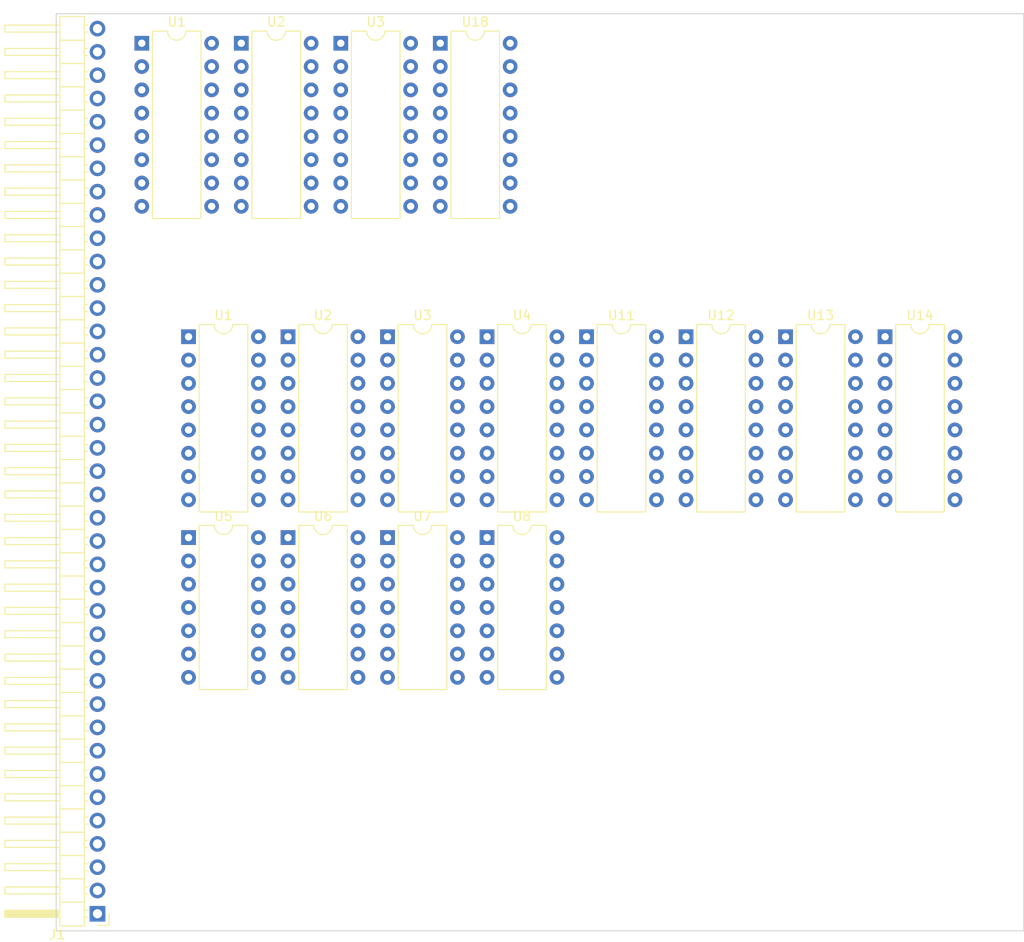
<source format=kicad_pcb>
(kicad_pcb (version 20221018) (generator pcbnew)
  (layers (0 "F.Cu" signal) (31 "B.Cu" signal) (34 "B.Paste" user) (35 "F.Paste" user) (36 "B.SilkS" user "B.Silkscreen") (37 "F.SilkS" user "F.Silkscreen") (38 "B.Mask" user) (39 "F.Mask" user) (44 "Edge.Cuts" user))
  (net 0 "")
  (net 1 "GND")
  (net 2 "+5V")
  (net 3 "clk")
  (net 4 "read enable 1")
  (net 5 "read enable 2")
  (net 6 "write enable")
  (net 7 "Net-(J1-Pin_7)")
  (net 8 "Net-(J1-Pin_8)")
  (net 9 "Net-(J1-Pin_9)")
  (net 10 "Net-(J1-Pin_10)")
  (net 11 "Net-(J1-Pin_11)")
  (net 12 "Net-(J1-Pin_12)")
  (net 13 "Net-(J1-Pin_13)")
  (net 14 "Net-(J1-Pin_14)")
  (net 15 "Net-(J1-Pin_15)")
  (net 16 "Net-(J1-Pin_16)")
  (net 17 "Net-(J1-Pin_17)")
  (net 18 "Net-(J1-Pin_18)")
  (net 19 "Net-(J1-Pin_19)")
  (net 20 "Net-(J1-Pin_20)")
  (net 21 "Net-(J1-Pin_21)")
  (net 22 "Net-(J1-Pin_22)")
  (net 23 "Net-(J1-Pin_23)")
  (net 24 "Net-(J1-Pin_24)")
  (net 25 "Net-(J1-Pin_25)")
  (net 26 "Net-(J1-Pin_26)")
  (net 27 "Net-(J1-Pin_27)")
  (net 28 "Net-(J1-Pin_28)")
  (net 29 "Net-(J1-Pin_29)")
  (net 30 "Net-(J1-Pin_30)")
  (net 31 "Net-(J1-Pin_31)")
  (net 32 "Net-(J1-Pin_32)")
  (net 33 "Net-(J1-Pin_33)")
  (net 34 "Net-(J1-Pin_34)")
  (net 35 "Net-(J1-Pin_35)")
  (net 36 "Net-(J1-Pin_36)")
  (net 37 "Net-(J1-Pin_37)")
  (net 38 "Net-(J1-Pin_38)")
  (net 39 "Net-(J1-Pin_39)")
  (net 96 "Net-(U1-~{Er})")
  (net 97 "Net-(U1-~{Ew})")
  (net 98 "Net-(U2-~{Er})")
  (net 99 "Net-(U2-~{Ew})")
  (net 100 "Net-(U3-~{Er})")
  (net 101 "Net-(U3-~{Ew})")
  (net 102 "Net-(U4-~{Er})")
  (net 103 "Net-(U4-~{Ew})")
  (net 104 "Net-(U11-~{Ew})")
  (net 105 "Net-(U11-~{Er})")
  (net 106 "Net-(U12-~{Ew})")
  (net 107 "Net-(U12-~{Er})")
  (net 108 "Net-(U13-~{Ew})")
  (net 109 "Net-(U13-~{Er})")
  (net 110 "Net-(U14-~{Ew})")
  (net 111 "Net-(U14-~{Er})")
  (footprint "Package_DIP:DIP-16_W7.62mm" (layer "F.Cu") (at 129.63 71.22)
    (fp_text reference "U3" (at 3.81 -2.33) (layer "F.SilkS"))
    (fp_text value "74LS670")
    (pad "1" thru_hole rect (at 0 0) (size 1.6 1.6) (drill 0.8) (layers "*.Cu" "*.Mask") (net 17 "Net-(J1-Pin_17)"))
    (pad "2" thru_hole oval (at 0 2.54) (size 1.6 1.6) (drill 0.8) (layers "*.Cu" "*.Mask") (net 18 "Net-(J1-Pin_18)"))
    (pad "3" thru_hole oval (at 0 5.08) (size 1.6 1.6) (drill 0.8) (layers "*.Cu" "*.Mask") (net 19 "Net-(J1-Pin_19)"))
    (pad "4" thru_hole oval (at 0 7.62) (size 1.6 1.6) (drill 0.8) (layers "*.Cu" "*.Mask") (net 11 "Net-(J1-Pin_11)"))
    (pad "5" thru_hole oval (at 0 10.16) (size 1.6 1.6) (drill 0.8) (layers "*.Cu" "*.Mask") (net 10 "Net-(J1-Pin_10)"))
    (pad "6" thru_hole oval (at 0 12.7) (size 1.6 1.6) (drill 0.8) (layers "*.Cu" "*.Mask") (net 27 "Net-(J1-Pin_27)"))
    (pad "7" thru_hole oval (at 0 15.24) (size 1.6 1.6) (drill 0.8) (layers "*.Cu" "*.Mask") (net 26 "Net-(J1-Pin_26)"))
    (pad "8" thru_hole oval (at 0 17.78) (size 1.6 1.6) (drill 0.8) (layers "*.Cu" "*.Mask") (net 1 "GND"))
    (pad "9" thru_hole oval (at 7.62 17.78) (size 1.6 1.6) (drill 0.8) (layers "*.Cu" "*.Mask") (net 25 "Net-(J1-Pin_25)"))
    (pad "10" thru_hole oval (at 7.62 15.24) (size 1.6 1.6) (drill 0.8) (layers "*.Cu" "*.Mask") (net 24 "Net-(J1-Pin_24)"))
    (pad "11" thru_hole oval (at 7.62 12.7) (size 1.6 1.6) (drill 0.8) (layers "*.Cu" "*.Mask") (net 100 "Net-(U3-~{Er})"))
    (pad "12" thru_hole oval (at 7.62 10.16) (size 1.6 1.6) (drill 0.8) (layers "*.Cu" "*.Mask") (net 101 "Net-(U3-~{Ew})"))
    (pad "13" thru_hole oval (at 7.62 7.62) (size 1.6 1.6) (drill 0.8) (layers "*.Cu" "*.Mask") (net 8 "Net-(J1-Pin_8)"))
    (pad "14" thru_hole oval (at 7.62 5.08) (size 1.6 1.6) (drill 0.8) (layers "*.Cu" "*.Mask") (net 7 "Net-(J1-Pin_7)"))
    (pad "15" thru_hole oval (at 7.62 2.54) (size 1.6 1.6) (drill 0.8) (layers "*.Cu" "*.Mask") (net 16 "Net-(J1-Pin_16)"))
    (pad "16" thru_hole oval (at 7.62 0) (size 1.6 1.6) (drill 0.8) (layers "*.Cu" "*.Mask") (net 2 "+5V"))
  )
  (footprint "Package_DIP:DIP-16_W7.62mm" (layer "F.Cu") (at 135.38 39.22)
    (fp_text reference "U18" (at 3.81 -2.33) (layer "F.SilkS"))
    (fp_text value "74LS170")
    (pad "1" thru_hole rect (at 0 0) (size 1.6 1.6) (drill 0.8) (layers "*.Cu" "*.Mask"))
    (pad "2" thru_hole oval (at 0 2.54) (size 1.6 1.6) (drill 0.8) (layers "*.Cu" "*.Mask"))
    (pad "3" thru_hole oval (at 0 5.08) (size 1.6 1.6) (drill 0.8) (layers "*.Cu" "*.Mask"))
    (pad "4" thru_hole oval (at 0 7.62) (size 1.6 1.6) (drill 0.8) (layers "*.Cu" "*.Mask"))
    (pad "5" thru_hole oval (at 0 10.16) (size 1.6 1.6) (drill 0.8) (layers "*.Cu" "*.Mask"))
    (pad "6" thru_hole oval (at 0 12.7) (size 1.6 1.6) (drill 0.8) (layers "*.Cu" "*.Mask"))
    (pad "7" thru_hole oval (at 0 15.24) (size 1.6 1.6) (drill 0.8) (layers "*.Cu" "*.Mask"))
    (pad "8" thru_hole oval (at 0 17.78) (size 1.6 1.6) (drill 0.8) (layers "*.Cu" "*.Mask") (net 1 "GND"))
    (pad "9" thru_hole oval (at 7.62 17.78) (size 1.6 1.6) (drill 0.8) (layers "*.Cu" "*.Mask"))
    (pad "10" thru_hole oval (at 7.62 15.24) (size 1.6 1.6) (drill 0.8) (layers "*.Cu" "*.Mask"))
    (pad "11" thru_hole oval (at 7.62 12.7) (size 1.6 1.6) (drill 0.8) (layers "*.Cu" "*.Mask"))
    (pad "12" thru_hole oval (at 7.62 10.16) (size 1.6 1.6) (drill 0.8) (layers "*.Cu" "*.Mask"))
    (pad "13" thru_hole oval (at 7.62 7.62) (size 1.6 1.6) (drill 0.8) (layers "*.Cu" "*.Mask"))
    (pad "14" thru_hole oval (at 7.62 5.08) (size 1.6 1.6) (drill 0.8) (layers "*.Cu" "*.Mask"))
    (pad "15" thru_hole oval (at 7.62 2.54) (size 1.6 1.6) (drill 0.8) (layers "*.Cu" "*.Mask"))
    (pad "16" thru_hole oval (at 7.62 0) (size 1.6 1.6) (drill 0.8) (layers "*.Cu" "*.Mask") (net 2 "+5V"))
  )
  (footprint "Package_DIP:DIP-16_W7.62mm" (layer "F.Cu") (at 124.53 39.22)
    (fp_text reference "U3" (at 3.81 -2.33) (layer "F.SilkS"))
    (fp_text value "74LS170")
    (pad "1" thru_hole rect (at 0 0) (size 1.6 1.6) (drill 0.8) (layers "*.Cu" "*.Mask"))
    (pad "2" thru_hole oval (at 0 2.54) (size 1.6 1.6) (drill 0.8) (layers "*.Cu" "*.Mask"))
    (pad "3" thru_hole oval (at 0 5.08) (size 1.6 1.6) (drill 0.8) (layers "*.Cu" "*.Mask"))
    (pad "4" thru_hole oval (at 0 7.62) (size 1.6 1.6) (drill 0.8) (layers "*.Cu" "*.Mask"))
    (pad "5" thru_hole oval (at 0 10.16) (size 1.6 1.6) (drill 0.8) (layers "*.Cu" "*.Mask"))
    (pad "6" thru_hole oval (at 0 12.7) (size 1.6 1.6) (drill 0.8) (layers "*.Cu" "*.Mask"))
    (pad "7" thru_hole oval (at 0 15.24) (size 1.6 1.6) (drill 0.8) (layers "*.Cu" "*.Mask"))
    (pad "8" thru_hole oval (at 0 17.78) (size 1.6 1.6) (drill 0.8) (layers "*.Cu" "*.Mask") (net 1 "GND"))
    (pad "9" thru_hole oval (at 7.62 17.78) (size 1.6 1.6) (drill 0.8) (layers "*.Cu" "*.Mask"))
    (pad "10" thru_hole oval (at 7.62 15.24) (size 1.6 1.6) (drill 0.8) (layers "*.Cu" "*.Mask"))
    (pad "11" thru_hole oval (at 7.62 12.7) (size 1.6 1.6) (drill 0.8) (layers "*.Cu" "*.Mask"))
    (pad "12" thru_hole oval (at 7.62 10.16) (size 1.6 1.6) (drill 0.8) (layers "*.Cu" "*.Mask"))
    (pad "13" thru_hole oval (at 7.62 7.62) (size 1.6 1.6) (drill 0.8) (layers "*.Cu" "*.Mask"))
    (pad "14" thru_hole oval (at 7.62 5.08) (size 1.6 1.6) (drill 0.8) (layers "*.Cu" "*.Mask"))
    (pad "15" thru_hole oval (at 7.62 2.54) (size 1.6 1.6) (drill 0.8) (layers "*.Cu" "*.Mask"))
    (pad "16" thru_hole oval (at 7.62 0) (size 1.6 1.6) (drill 0.8) (layers "*.Cu" "*.Mask") (net 2 "+5V"))
  )
  (footprint "Package_DIP:DIP-16_W7.62mm" (layer "F.Cu") (at 162.18 71.22)
    (fp_text reference "U12" (at 3.81 -2.33) (layer "F.SilkS"))
    (fp_text value "74LS670")
    (pad "1" thru_hole rect (at 0 0) (size 1.6 1.6) (drill 0.8) (layers "*.Cu" "*.Mask") (net 21 "Net-(J1-Pin_21)"))
    (pad "2" thru_hole oval (at 0 2.54) (size 1.6 1.6) (drill 0.8) (layers "*.Cu" "*.Mask") (net 22 "Net-(J1-Pin_22)"))
    (pad "3" thru_hole oval (at 0 5.08) (size 1.6 1.6) (drill 0.8) (layers "*.Cu" "*.Mask") (net 23 "Net-(J1-Pin_23)"))
    (pad "4" thru_hole oval (at 0 7.62) (size 1.6 1.6) (drill 0.8) (layers "*.Cu" "*.Mask") (net 14 "Net-(J1-Pin_14)"))
    (pad "5" thru_hole oval (at 0 10.16) (size 1.6 1.6) (drill 0.8) (layers "*.Cu" "*.Mask") (net 13 "Net-(J1-Pin_13)"))
    (pad "6" thru_hole oval (at 0 12.7) (size 1.6 1.6) (drill 0.8) (layers "*.Cu" "*.Mask") (net 39 "Net-(J1-Pin_39)"))
    (pad "7" thru_hole oval (at 0 15.24) (size 1.6 1.6) (drill 0.8) (layers "*.Cu" "*.Mask") (net 38 "Net-(J1-Pin_38)"))
    (pad "8" thru_hole oval (at 0 17.78) (size 1.6 1.6) (drill 0.8) (layers "*.Cu" "*.Mask") (net 1 "GND"))
    (pad "9" thru_hole oval (at 7.62 17.78) (size 1.6 1.6) (drill 0.8) (layers "*.Cu" "*.Mask") (net 37 "Net-(J1-Pin_37)"))
    (pad "10" thru_hole oval (at 7.62 15.24) (size 1.6 1.6) (drill 0.8) (layers "*.Cu" "*.Mask") (net 36 "Net-(J1-Pin_36)"))
    (pad "11" thru_hole oval (at 7.62 12.7) (size 1.6 1.6) (drill 0.8) (layers "*.Cu" "*.Mask") (net 107 "Net-(U12-~{Er})"))
    (pad "12" thru_hole oval (at 7.62 10.16) (size 1.6 1.6) (drill 0.8) (layers "*.Cu" "*.Mask") (net 106 "Net-(U12-~{Ew})"))
    (pad "13" thru_hole oval (at 7.62 7.62) (size 1.6 1.6) (drill 0.8) (layers "*.Cu" "*.Mask") (net 8 "Net-(J1-Pin_8)"))
    (pad "14" thru_hole oval (at 7.62 5.08) (size 1.6 1.6) (drill 0.8) (layers "*.Cu" "*.Mask") (net 7 "Net-(J1-Pin_7)"))
    (pad "15" thru_hole oval (at 7.62 2.54) (size 1.6 1.6) (drill 0.8) (layers "*.Cu" "*.Mask") (net 20 "Net-(J1-Pin_20)"))
    (pad "16" thru_hole oval (at 7.62 0) (size 1.6 1.6) (drill 0.8) (layers "*.Cu" "*.Mask") (net 2 "+5V"))
  )
  (footprint "Package_DIP:DIP-16_W7.62mm" (layer "F.Cu") (at 118.78 71.22)
    (fp_text reference "U2" (at 3.81 -2.33) (layer "F.SilkS"))
    (fp_text value "74LS670")
    (pad "1" thru_hole rect (at 0 0) (size 1.6 1.6) (drill 0.8) (layers "*.Cu" "*.Mask") (net 21 "Net-(J1-Pin_21)"))
    (pad "2" thru_hole oval (at 0 2.54) (size 1.6 1.6) (drill 0.8) (layers "*.Cu" "*.Mask") (net 22 "Net-(J1-Pin_22)"))
    (pad "3" thru_hole oval (at 0 5.08) (size 1.6 1.6) (drill 0.8) (layers "*.Cu" "*.Mask") (net 23 "Net-(J1-Pin_23)"))
    (pad "4" thru_hole oval (at 0 7.62) (size 1.6 1.6) (drill 0.8) (layers "*.Cu" "*.Mask") (net 11 "Net-(J1-Pin_11)"))
    (pad "5" thru_hole oval (at 0 10.16) (size 1.6 1.6) (drill 0.8) (layers "*.Cu" "*.Mask") (net 10 "Net-(J1-Pin_10)"))
    (pad "6" thru_hole oval (at 0 12.7) (size 1.6 1.6) (drill 0.8) (layers "*.Cu" "*.Mask") (net 31 "Net-(J1-Pin_31)"))
    (pad "7" thru_hole oval (at 0 15.24) (size 1.6 1.6) (drill 0.8) (layers "*.Cu" "*.Mask") (net 30 "Net-(J1-Pin_30)"))
    (pad "8" thru_hole oval (at 0 17.78) (size 1.6 1.6) (drill 0.8) (layers "*.Cu" "*.Mask") (net 1 "GND"))
    (pad "9" thru_hole oval (at 7.62 17.78) (size 1.6 1.6) (drill 0.8) (layers "*.Cu" "*.Mask") (net 29 "Net-(J1-Pin_29)"))
    (pad "10" thru_hole oval (at 7.62 15.24) (size 1.6 1.6) (drill 0.8) (layers "*.Cu" "*.Mask") (net 28 "Net-(J1-Pin_28)"))
    (pad "11" thru_hole oval (at 7.62 12.7) (size 1.6 1.6) (drill 0.8) (layers "*.Cu" "*.Mask") (net 98 "Net-(U2-~{Er})"))
    (pad "12" thru_hole oval (at 7.62 10.16) (size 1.6 1.6) (drill 0.8) (layers "*.Cu" "*.Mask") (net 99 "Net-(U2-~{Ew})"))
    (pad "13" thru_hole oval (at 7.62 7.62) (size 1.6 1.6) (drill 0.8) (layers "*.Cu" "*.Mask") (net 8 "Net-(J1-Pin_8)"))
    (pad "14" thru_hole oval (at 7.62 5.08) (size 1.6 1.6) (drill 0.8) (layers "*.Cu" "*.Mask") (net 7 "Net-(J1-Pin_7)"))
    (pad "15" thru_hole oval (at 7.62 2.54) (size 1.6 1.6) (drill 0.8) (layers "*.Cu" "*.Mask") (net 20 "Net-(J1-Pin_20)"))
    (pad "16" thru_hole oval (at 7.62 0) (size 1.6 1.6) (drill 0.8) (layers "*.Cu" "*.Mask") (net 2 "+5V"))
  )
  (footprint "Package_DIP:DIP-14_W7.62mm" (layer "F.Cu") (at 107.93 93.12)
    (fp_text reference "U5" (at 3.81 -2.33) (layer "F.SilkS"))
    (fp_text value "74LS00")
    (pad "1" thru_hole rect (at 0 0) (size 1.6 1.6) (drill 0.8) (layers "*.Cu" "*.Mask") (net 6 "write enable"))
    (pad "2" thru_hole oval (at 0 2.54) (size 1.6 1.6) (drill 0.8) (layers "*.Cu" "*.Mask") (net 9 "Net-(J1-Pin_9)"))
    (pad "3" thru_hole oval (at 0 5.08) (size 1.6 1.6) (drill 0.8) (layers "*.Cu" "*.Mask") (net 97 "Net-(U1-~{Ew})"))
    (pad "4" thru_hole oval (at 0 7.62) (size 1.6 1.6) (drill 0.8) (layers "*.Cu" "*.Mask") (net 4 "read enable 1"))
    (pad "5" thru_hole oval (at 0 10.16) (size 1.6 1.6) (drill 0.8) (layers "*.Cu" "*.Mask") (net 12 "Net-(J1-Pin_12)"))
    (pad "6" thru_hole oval (at 0 12.7) (size 1.6 1.6) (drill 0.8) (layers "*.Cu" "*.Mask") (net 96 "Net-(U1-~{Er})"))
    (pad "7" thru_hole oval (at 0 15.24) (size 1.6 1.6) (drill 0.8) (layers "*.Cu" "*.Mask") (net 1 "GND"))
    (pad "8" thru_hole oval (at 7.62 15.24) (size 1.6 1.6) (drill 0.8) (layers "*.Cu" "*.Mask") (net 99 "Net-(U2-~{Ew})"))
    (pad "9" thru_hole oval (at 7.62 12.7) (size 1.6 1.6) (drill 0.8) (layers "*.Cu" "*.Mask") (net 6 "write enable"))
    (pad "10" thru_hole oval (at 7.62 10.16) (size 1.6 1.6) (drill 0.8) (layers "*.Cu" "*.Mask") (net 9 "Net-(J1-Pin_9)"))
    (pad "11" thru_hole oval (at 7.62 7.62) (size 1.6 1.6) (drill 0.8) (layers "*.Cu" "*.Mask") (net 98 "Net-(U2-~{Er})"))
    (pad "12" thru_hole oval (at 7.62 5.08) (size 1.6 1.6) (drill 0.8) (layers "*.Cu" "*.Mask") (net 4 "read enable 1"))
    (pad "13" thru_hole oval (at 7.62 2.54) (size 1.6 1.6) (drill 0.8) (layers "*.Cu" "*.Mask") (net 12 "Net-(J1-Pin_12)"))
    (pad "14" thru_hole oval (at 7.62 0) (size 1.6 1.6) (drill 0.8) (layers "*.Cu" "*.Mask") (net 2 "+5V"))
  )
  (footprint "Package_DIP:DIP-16_W7.62mm" (layer "F.Cu") (at 113.68 39.22)
    (fp_text reference "U2" (at 3.81 -2.33) (layer "F.SilkS"))
    (fp_text value "74LS170")
    (pad "1" thru_hole rect (at 0 0) (size 1.6 1.6) (drill 0.8) (layers "*.Cu" "*.Mask"))
    (pad "2" thru_hole oval (at 0 2.54) (size 1.6 1.6) (drill 0.8) (layers "*.Cu" "*.Mask"))
    (pad "3" thru_hole oval (at 0 5.08) (size 1.6 1.6) (drill 0.8) (layers "*.Cu" "*.Mask"))
    (pad "4" thru_hole oval (at 0 7.62) (size 1.6 1.6) (drill 0.8) (layers "*.Cu" "*.Mask"))
    (pad "5" thru_hole oval (at 0 10.16) (size 1.6 1.6) (drill 0.8) (layers "*.Cu" "*.Mask"))
    (pad "6" thru_hole oval (at 0 12.7) (size 1.6 1.6) (drill 0.8) (layers "*.Cu" "*.Mask"))
    (pad "7" thru_hole oval (at 0 15.24) (size 1.6 1.6) (drill 0.8) (layers "*.Cu" "*.Mask"))
    (pad "8" thru_hole oval (at 0 17.78) (size 1.6 1.6) (drill 0.8) (layers "*.Cu" "*.Mask") (net 1 "GND"))
    (pad "9" thru_hole oval (at 7.62 17.78) (size 1.6 1.6) (drill 0.8) (layers "*.Cu" "*.Mask"))
    (pad "10" thru_hole oval (at 7.62 15.24) (size 1.6 1.6) (drill 0.8) (layers "*.Cu" "*.Mask"))
    (pad "11" thru_hole oval (at 7.62 12.7) (size 1.6 1.6) (drill 0.8) (layers "*.Cu" "*.Mask"))
    (pad "12" thru_hole oval (at 7.62 10.16) (size 1.6 1.6) (drill 0.8) (layers "*.Cu" "*.Mask"))
    (pad "13" thru_hole oval (at 7.62 7.62) (size 1.6 1.6) (drill 0.8) (layers "*.Cu" "*.Mask"))
    (pad "14" thru_hole oval (at 7.62 5.08) (size 1.6 1.6) (drill 0.8) (layers "*.Cu" "*.Mask"))
    (pad "15" thru_hole oval (at 7.62 2.54) (size 1.6 1.6) (drill 0.8) (layers "*.Cu" "*.Mask"))
    (pad "16" thru_hole oval (at 7.62 0) (size 1.6 1.6) (drill 0.8) (layers "*.Cu" "*.Mask") (net 2 "+5V"))
  )
  (footprint "Package_DIP:DIP-14_W7.62mm" (layer "F.Cu") (at 140.48 93.12)
    (fp_text reference "U8" (at 3.81 -2.33) (layer "F.SilkS"))
    (fp_text value "74LS00")
    (pad "1" thru_hole rect (at 0 0) (size 1.6 1.6) (drill 0.8) (layers "*.Cu" "*.Mask") (net 6 "write enable"))
    (pad "2" thru_hole oval (at 0 2.54) (size 1.6 1.6) (drill 0.8) (layers "*.Cu" "*.Mask") (net 9 "Net-(J1-Pin_9)"))
    (pad "3" thru_hole oval (at 0 5.08) (size 1.6 1.6) (drill 0.8) (layers "*.Cu" "*.Mask") (net 108 "Net-(U13-~{Ew})"))
    (pad "4" thru_hole oval (at 0 7.62) (size 1.6 1.6) (drill 0.8) (layers "*.Cu" "*.Mask") (net 5 "read enable 2"))
    (pad "5" thru_hole oval (at 0 10.16) (size 1.6 1.6) (drill 0.8) (layers "*.Cu" "*.Mask") (net 15 "Net-(J1-Pin_15)"))
    (pad "6" thru_hole oval (at 0 12.7) (size 1.6 1.6) (drill 0.8) (layers "*.Cu" "*.Mask") (net 109 "Net-(U13-~{Er})"))
    (pad "7" thru_hole oval (at 0 15.24) (size 1.6 1.6) (drill 0.8) (layers "*.Cu" "*.Mask") (net 1 "GND"))
    (pad "8" thru_hole oval (at 7.62 15.24) (size 1.6 1.6) (drill 0.8) (layers "*.Cu" "*.Mask") (net 110 "Net-(U14-~{Ew})"))
    (pad "9" thru_hole oval (at 7.62 12.7) (size 1.6 1.6) (drill 0.8) (layers "*.Cu" "*.Mask") (net 6 "write enable"))
    (pad "10" thru_hole oval (at 7.62 10.16) (size 1.6 1.6) (drill 0.8) (layers "*.Cu" "*.Mask") (net 9 "Net-(J1-Pin_9)"))
    (pad "11" thru_hole oval (at 7.62 7.62) (size 1.6 1.6) (drill 0.8) (layers "*.Cu" "*.Mask") (net 111 "Net-(U14-~{Er})"))
    (pad "12" thru_hole oval (at 7.62 5.08) (size 1.6 1.6) (drill 0.8) (layers "*.Cu" "*.Mask") (net 5 "read enable 2"))
    (pad "13" thru_hole oval (at 7.62 2.54) (size 1.6 1.6) (drill 0.8) (layers "*.Cu" "*.Mask") (net 15 "Net-(J1-Pin_15)"))
    (pad "14" thru_hole oval (at 7.62 0) (size 1.6 1.6) (drill 0.8) (layers "*.Cu" "*.Mask") (net 2 "+5V"))
  )
  (footprint "Package_DIP:DIP-14_W7.62mm" (layer "F.Cu") (at 129.63 93.12)
    (fp_text reference "U7" (at 3.81 -2.33) (layer "F.SilkS"))
    (fp_text value "74LS00")
    (pad "1" thru_hole rect (at 0 0) (size 1.6 1.6) (drill 0.8) (layers "*.Cu" "*.Mask") (net 6 "write enable"))
    (pad "2" thru_hole oval (at 0 2.54) (size 1.6 1.6) (drill 0.8) (layers "*.Cu" "*.Mask") (net 9 "Net-(J1-Pin_9)"))
    (pad "3" thru_hole oval (at 0 5.08) (size 1.6 1.6) (drill 0.8) (layers "*.Cu" "*.Mask") (net 104 "Net-(U11-~{Ew})"))
    (pad "4" thru_hole oval (at 0 7.62) (size 1.6 1.6) (drill 0.8) (layers "*.Cu" "*.Mask") (net 5 "read enable 2"))
    (pad "5" thru_hole oval (at 0 10.16) (size 1.6 1.6) (drill 0.8) (layers "*.Cu" "*.Mask") (net 15 "Net-(J1-Pin_15)"))
    (pad "6" thru_hole oval (at 0 12.7) (size 1.6 1.6) (drill 0.8) (layers "*.Cu" "*.Mask") (net 105 "Net-(U11-~{Er})"))
    (pad "7" thru_hole oval (at 0 15.24) (size 1.6 1.6) (drill 0.8) (layers "*.Cu" "*.Mask") (net 1 "GND"))
    (pad "8" thru_hole oval (at 7.62 15.24) (size 1.6 1.6) (drill 0.8) (layers "*.Cu" "*.Mask") (net 106 "Net-(U12-~{Ew})"))
    (pad "9" thru_hole oval (at 7.62 12.7) (size 1.6 1.6) (drill 0.8) (layers "*.Cu" "*.Mask") (net 6 "write enable"))
    (pad "10" thru_hole oval (at 7.62 10.16) (size 1.6 1.6) (drill 0.8) (layers "*.Cu" "*.Mask") (net 9 "Net-(J1-Pin_9)"))
    (pad "11" thru_hole oval (at 7.62 7.62) (size 1.6 1.6) (drill 0.8) (layers "*.Cu" "*.Mask") (net 107 "Net-(U12-~{Er})"))
    (pad "12" thru_hole oval (at 7.62 5.08) (size 1.6 1.6) (drill 0.8) (layers "*.Cu" "*.Mask") (net 5 "read enable 2"))
    (pad "13" thru_hole oval (at 7.62 2.54) (size 1.6 1.6) (drill 0.8) (layers "*.Cu" "*.Mask") (net 15 "Net-(J1-Pin_15)"))
    (pad "14" thru_hole oval (at 7.62 0) (size 1.6 1.6) (drill 0.8) (layers "*.Cu" "*.Mask") (net 2 "+5V"))
  )
  (footprint "Package_DIP:DIP-14_W7.62mm" (layer "F.Cu") (at 118.78 93.12)
    (fp_text reference "U6" (at 3.81 -2.33) (layer "F.SilkS"))
    (fp_text value "74LS00")
    (pad "1" thru_hole rect (at 0 0) (size 1.6 1.6) (drill 0.8) (layers "*.Cu" "*.Mask") (net 6 "write enable"))
    (pad "2" thru_hole oval (at 0 2.54) (size 1.6 1.6) (drill 0.8) (layers "*.Cu" "*.Mask") (net 9 "Net-(J1-Pin_9)"))
    (pad "3" thru_hole oval (at 0 5.08) (size 1.6 1.6) (drill 0.8) (layers "*.Cu" "*.Mask") (net 101 "Net-(U3-~{Ew})"))
    (pad "4" thru_hole oval (at 0 7.62) (size 1.6 1.6) (drill 0.8) (layers "*.Cu" "*.Mask") (net 4 "read enable 1"))
    (pad "5" thru_hole oval (at 0 10.16) (size 1.6 1.6) (drill 0.8) (layers "*.Cu" "*.Mask") (net 12 "Net-(J1-Pin_12)"))
    (pad "6" thru_hole oval (at 0 12.7) (size 1.6 1.6) (drill 0.8) (layers "*.Cu" "*.Mask") (net 100 "Net-(U3-~{Er})"))
    (pad "7" thru_hole oval (at 0 15.24) (size 1.6 1.6) (drill 0.8) (layers "*.Cu" "*.Mask") (net 1 "GND"))
    (pad "8" thru_hole oval (at 7.62 15.24) (size 1.6 1.6) (drill 0.8) (layers "*.Cu" "*.Mask") (net 103 "Net-(U4-~{Ew})"))
    (pad "9" thru_hole oval (at 7.62 12.7) (size 1.6 1.6) (drill 0.8) (layers "*.Cu" "*.Mask") (net 6 "write enable"))
    (pad "10" thru_hole oval (at 7.62 10.16) (size 1.6 1.6) (drill 0.8) (layers "*.Cu" "*.Mask") (net 9 "Net-(J1-Pin_9)"))
    (pad "11" thru_hole oval (at 7.62 7.62) (size 1.6 1.6) (drill 0.8) (layers "*.Cu" "*.Mask") (net 102 "Net-(U4-~{Er})"))
    (pad "12" thru_hole oval (at 7.62 5.08) (size 1.6 1.6) (drill 0.8) (layers "*.Cu" "*.Mask") (net 4 "read enable 1"))
    (pad "13" thru_hole oval (at 7.62 2.54) (size 1.6 1.6) (drill 0.8) (layers "*.Cu" "*.Mask") (net 12 "Net-(J1-Pin_12)"))
    (pad "14" thru_hole oval (at 7.62 0) (size 1.6 1.6) (drill 0.8) (layers "*.Cu" "*.Mask") (net 2 "+5V"))
  )
  (footprint "Package_DIP:DIP-16_W7.62mm" (layer "F.Cu") (at 102.83 39.22)
    (fp_text reference "U1" (at 3.81 -2.33) (layer "F.SilkS"))
    (fp_text value "74LS170")
    (pad "1" thru_hole rect (at 0 0) (size 1.6 1.6) (drill 0.8) (layers "*.Cu" "*.Mask"))
    (pad "2" thru_hole oval (at 0 2.54) (size 1.6 1.6) (drill 0.8) (layers "*.Cu" "*.Mask"))
    (pad "3" thru_hole oval (at 0 5.08) (size 1.6 1.6) (drill 0.8) (layers "*.Cu" "*.Mask"))
    (pad "4" thru_hole oval (at 0 7.62) (size 1.6 1.6) (drill 0.8) (layers "*.Cu" "*.Mask"))
    (pad "5" thru_hole oval (at 0 10.16) (size 1.6 1.6) (drill 0.8) (layers "*.Cu" "*.Mask"))
    (pad "6" thru_hole oval (at 0 12.7) (size 1.6 1.6) (drill 0.8) (layers "*.Cu" "*.Mask"))
    (pad "7" thru_hole oval (at 0 15.24) (size 1.6 1.6) (drill 0.8) (layers "*.Cu" "*.Mask"))
    (pad "8" thru_hole oval (at 0 17.78) (size 1.6 1.6) (drill 0.8) (layers "*.Cu" "*.Mask") (net 1 "GND"))
    (pad "9" thru_hole oval (at 7.62 17.78) (size 1.6 1.6) (drill 0.8) (layers "*.Cu" "*.Mask"))
    (pad "10" thru_hole oval (at 7.62 15.24) (size 1.6 1.6) (drill 0.8) (layers "*.Cu" "*.Mask"))
    (pad "11" thru_hole oval (at 7.62 12.7) (size 1.6 1.6) (drill 0.8) (layers "*.Cu" "*.Mask"))
    (pad "12" thru_hole oval (at 7.62 10.16) (size 1.6 1.6) (drill 0.8) (layers "*.Cu" "*.Mask"))
    (pad "13" thru_hole oval (at 7.62 7.62) (size 1.6 1.6) (drill 0.8) (layers "*.Cu" "*.Mask"))
    (pad "14" thru_hole oval (at 7.62 5.08) (size 1.6 1.6) (drill 0.8) (layers "*.Cu" "*.Mask"))
    (pad "15" thru_hole oval (at 7.62 2.54) (size 1.6 1.6) (drill 0.8) (layers "*.Cu" "*.Mask"))
    (pad "16" thru_hole oval (at 7.62 0) (size 1.6 1.6) (drill 0.8) (layers "*.Cu" "*.Mask") (net 2 "+5V"))
  )
  (footprint "Package_DIP:DIP-16_W7.62mm" (layer "F.Cu") (at 173.03 71.22)
    (fp_text reference "U13" (at 3.81 -2.33) (layer "F.SilkS"))
    (fp_text value "74LS670")
    (pad "1" thru_hole rect (at 0 0) (size 1.6 1.6) (drill 0.8) (layers "*.Cu" "*.Mask") (net 17 "Net-(J1-Pin_17)"))
    (pad "2" thru_hole oval (at 0 2.54) (size 1.6 1.6) (drill 0.8) (layers "*.Cu" "*.Mask") (net 18 "Net-(J1-Pin_18)"))
    (pad "3" thru_hole oval (at 0 5.08) (size 1.6 1.6) (drill 0.8) (layers "*.Cu" "*.Mask") (net 19 "Net-(J1-Pin_19)"))
    (pad "4" thru_hole oval (at 0 7.62) (size 1.6 1.6) (drill 0.8) (layers "*.Cu" "*.Mask") (net 14 "Net-(J1-Pin_14)"))
    (pad "5" thru_hole oval (at 0 10.16) (size 1.6 1.6) (drill 0.8) (layers "*.Cu" "*.Mask") (net 13 "Net-(J1-Pin_13)"))
    (pad "6" thru_hole oval (at 0 12.7) (size 1.6 1.6) (drill 0.8) (layers "*.Cu" "*.Mask") (net 35 "Net-(J1-Pin_35)"))
    (pad "7" thru_hole oval (at 0 15.24) (size 1.6 1.6) (drill 0.8) (layers "*.Cu" "*.Mask") (net 34 "Net-(J1-Pin_34)"))
    (pad "8" thru_hole oval (at 0 17.78) (size 1.6 1.6) (drill 0.8) (layers "*.Cu" "*.Mask") (net 1 "GND"))
    (pad "9" thru_hole oval (at 7.62 17.78) (size 1.6 1.6) (drill 0.8) (layers "*.Cu" "*.Mask") (net 33 "Net-(J1-Pin_33)"))
    (pad "10" thru_hole oval (at 7.62 15.24) (size 1.6 1.6) (drill 0.8) (layers "*.Cu" "*.Mask") (net 32 "Net-(J1-Pin_32)"))
    (pad "11" thru_hole oval (at 7.62 12.7) (size 1.6 1.6) (drill 0.8) (layers "*.Cu" "*.Mask") (net 109 "Net-(U13-~{Er})"))
    (pad "12" thru_hole oval (at 7.62 10.16) (size 1.6 1.6) (drill 0.8) (layers "*.Cu" "*.Mask") (net 108 "Net-(U13-~{Ew})"))
    (pad "13" thru_hole oval (at 7.62 7.62) (size 1.6 1.6) (drill 0.8) (layers "*.Cu" "*.Mask") (net 8 "Net-(J1-Pin_8)"))
    (pad "14" thru_hole oval (at 7.62 5.08) (size 1.6 1.6) (drill 0.8) (layers "*.Cu" "*.Mask") (net 7 "Net-(J1-Pin_7)"))
    (pad "15" thru_hole oval (at 7.62 2.54) (size 1.6 1.6) (drill 0.8) (layers "*.Cu" "*.Mask") (net 16 "Net-(J1-Pin_16)"))
    (pad "16" thru_hole oval (at 7.62 0) (size 1.6 1.6) (drill 0.8) (layers "*.Cu" "*.Mask") (net 2 "+5V"))
  )
  (footprint "Package_DIP:DIP-16_W7.62mm" (layer "F.Cu") (at 151.33 71.22)
    (fp_text reference "U11" (at 3.81 -2.33) (layer "F.SilkS"))
    (fp_text value "74LS670")
    (pad "1" thru_hole rect (at 0 0) (size 1.6 1.6) (drill 0.8) (layers "*.Cu" "*.Mask") (net 17 "Net-(J1-Pin_17)"))
    (pad "2" thru_hole oval (at 0 2.54) (size 1.6 1.6) (drill 0.8) (layers "*.Cu" "*.Mask") (net 18 "Net-(J1-Pin_18)"))
    (pad "3" thru_hole oval (at 0 5.08) (size 1.6 1.6) (drill 0.8) (layers "*.Cu" "*.Mask") (net 19 "Net-(J1-Pin_19)"))
    (pad "4" thru_hole oval (at 0 7.62) (size 1.6 1.6) (drill 0.8) (layers "*.Cu" "*.Mask") (net 14 "Net-(J1-Pin_14)"))
    (pad "5" thru_hole oval (at 0 10.16) (size 1.6 1.6) (drill 0.8) (layers "*.Cu" "*.Mask") (net 13 "Net-(J1-Pin_13)"))
    (pad "6" thru_hole oval (at 0 12.7) (size 1.6 1.6) (drill 0.8) (layers "*.Cu" "*.Mask") (net 35 "Net-(J1-Pin_35)"))
    (pad "7" thru_hole oval (at 0 15.24) (size 1.6 1.6) (drill 0.8) (layers "*.Cu" "*.Mask") (net 34 "Net-(J1-Pin_34)"))
    (pad "8" thru_hole oval (at 0 17.78) (size 1.6 1.6) (drill 0.8) (layers "*.Cu" "*.Mask") (net 1 "GND"))
    (pad "9" thru_hole oval (at 7.62 17.78) (size 1.6 1.6) (drill 0.8) (layers "*.Cu" "*.Mask") (net 33 "Net-(J1-Pin_33)"))
    (pad "10" thru_hole oval (at 7.62 15.24) (size 1.6 1.6) (drill 0.8) (layers "*.Cu" "*.Mask") (net 32 "Net-(J1-Pin_32)"))
    (pad "11" thru_hole oval (at 7.62 12.7) (size 1.6 1.6) (drill 0.8) (layers "*.Cu" "*.Mask") (net 105 "Net-(U11-~{Er})"))
    (pad "12" thru_hole oval (at 7.62 10.16) (size 1.6 1.6) (drill 0.8) (layers "*.Cu" "*.Mask") (net 104 "Net-(U11-~{Ew})"))
    (pad "13" thru_hole oval (at 7.62 7.62) (size 1.6 1.6) (drill 0.8) (layers "*.Cu" "*.Mask") (net 8 "Net-(J1-Pin_8)"))
    (pad "14" thru_hole oval (at 7.62 5.08) (size 1.6 1.6) (drill 0.8) (layers "*.Cu" "*.Mask") (net 7 "Net-(J1-Pin_7)"))
    (pad "15" thru_hole oval (at 7.62 2.54) (size 1.6 1.6) (drill 0.8) (layers "*.Cu" "*.Mask") (net 16 "Net-(J1-Pin_16)"))
    (pad "16" thru_hole oval (at 7.62 0) (size 1.6 1.6) (drill 0.8) (layers "*.Cu" "*.Mask") (net 2 "+5V"))
  )
  (footprint "Package_DIP:DIP-16_W7.62mm" (layer "F.Cu") (at 183.88 71.22)
    (fp_text reference "U14" (at 3.81 -2.33) (layer "F.SilkS"))
    (fp_text value "74LS670")
    (pad "1" thru_hole rect (at 0 0) (size 1.6 1.6) (drill 0.8) (layers "*.Cu" "*.Mask") (net 21 "Net-(J1-Pin_21)"))
    (pad "2" thru_hole oval (at 0 2.54) (size 1.6 1.6) (drill 0.8) (layers "*.Cu" "*.Mask") (net 22 "Net-(J1-Pin_22)"))
    (pad "3" thru_hole oval (at 0 5.08) (size 1.6 1.6) (drill 0.8) (layers "*.Cu" "*.Mask") (net 23 "Net-(J1-Pin_23)"))
    (pad "4" thru_hole oval (at 0 7.62) (size 1.6 1.6) (drill 0.8) (layers "*.Cu" "*.Mask") (net 14 "Net-(J1-Pin_14)"))
    (pad "5" thru_hole oval (at 0 10.16) (size 1.6 1.6) (drill 0.8) (layers "*.Cu" "*.Mask") (net 13 "Net-(J1-Pin_13)"))
    (pad "6" thru_hole oval (at 0 12.7) (size 1.6 1.6) (drill 0.8) (layers "*.Cu" "*.Mask") (net 39 "Net-(J1-Pin_39)"))
    (pad "7" thru_hole oval (at 0 15.24) (size 1.6 1.6) (drill 0.8) (layers "*.Cu" "*.Mask") (net 38 "Net-(J1-Pin_38)"))
    (pad "8" thru_hole oval (at 0 17.78) (size 1.6 1.6) (drill 0.8) (layers "*.Cu" "*.Mask") (net 1 "GND"))
    (pad "9" thru_hole oval (at 7.62 17.78) (size 1.6 1.6) (drill 0.8) (layers "*.Cu" "*.Mask") (net 37 "Net-(J1-Pin_37)"))
    (pad "10" thru_hole oval (at 7.62 15.24) (size 1.6 1.6) (drill 0.8) (layers "*.Cu" "*.Mask") (net 36 "Net-(J1-Pin_36)"))
    (pad "11" thru_hole oval (at 7.62 12.7) (size 1.6 1.6) (drill 0.8) (layers "*.Cu" "*.Mask") (net 111 "Net-(U14-~{Er})"))
    (pad "12" thru_hole oval (at 7.62 10.16) (size 1.6 1.6) (drill 0.8) (layers "*.Cu" "*.Mask") (net 110 "Net-(U14-~{Ew})"))
    (pad "13" thru_hole oval (at 7.62 7.62) (size 1.6 1.6) (drill 0.8) (layers "*.Cu" "*.Mask") (net 7 "Net-(J1-Pin_7)"))
    (pad "14" thru_hole oval (at 7.62 5.08) (size 1.6 1.6) (drill 0.8) (layers "*.Cu" "*.Mask") (net 7 "Net-(J1-Pin_7)"))
    (pad "15" thru_hole oval (at 7.62 2.54) (size 1.6 1.6) (drill 0.8) (layers "*.Cu" "*.Mask") (net 20 "Net-(J1-Pin_20)"))
    (pad "16" thru_hole oval (at 7.62 0) (size 1.6 1.6) (drill 0.8) (layers "*.Cu" "*.Mask") (net 2 "+5V"))
  )
  (footprint "Package_DIP:DIP-16_W7.62mm" (layer "F.Cu") (at 140.48 71.22)
    (fp_text reference "U4" (at 3.81 -2.33) (layer "F.SilkS"))
    (fp_text value "74LS670")
    (pad "1" thru_hole rect (at 0 0) (size 1.6 1.6) (drill 0.8) (layers "*.Cu" "*.Mask") (net 21 "Net-(J1-Pin_21)"))
    (pad "2" thru_hole oval (at 0 2.54) (size 1.6 1.6) (drill 0.8) (layers "*.Cu" "*.Mask") (net 22 "Net-(J1-Pin_22)"))
    (pad "3" thru_hole oval (at 0 5.08) (size 1.6 1.6) (drill 0.8) (layers "*.Cu" "*.Mask") (net 23 "Net-(J1-Pin_23)"))
    (pad "4" thru_hole oval (at 0 7.62) (size 1.6 1.6) (drill 0.8) (layers "*.Cu" "*.Mask") (net 11 "Net-(J1-Pin_11)"))
    (pad "5" thru_hole oval (at 0 10.16) (size 1.6 1.6) (drill 0.8) (layers "*.Cu" "*.Mask") (net 10 "Net-(J1-Pin_10)"))
    (pad "6" thru_hole oval (at 0 12.7) (size 1.6 1.6) (drill 0.8) (layers "*.Cu" "*.Mask") (net 31 "Net-(J1-Pin_31)"))
    (pad "7" thru_hole oval (at 0 15.24) (size 1.6 1.6) (drill 0.8) (layers "*.Cu" "*.Mask") (net 30 "Net-(J1-Pin_30)"))
    (pad "8" thru_hole oval (at 0 17.78) (size 1.6 1.6) (drill 0.8) (layers "*.Cu" "*.Mask") (net 1 "GND"))
    (pad "9" thru_hole oval (at 7.62 17.78) (size 1.6 1.6) (drill 0.8) (layers "*.Cu" "*.Mask") (net 29 "Net-(J1-Pin_29)"))
    (pad "10" thru_hole oval (at 7.62 15.24) (size 1.6 1.6) (drill 0.8) (layers "*.Cu" "*.Mask") (net 28 "Net-(J1-Pin_28)"))
    (pad "11" thru_hole oval (at 7.62 12.7) (size 1.6 1.6) (drill 0.8) (layers "*.Cu" "*.Mask") (net 102 "Net-(U4-~{Er})"))
    (pad "12" thru_hole oval (at 7.62 10.16) (size 1.6 1.6) (drill 0.8) (layers "*.Cu" "*.Mask") (net 103 "Net-(U4-~{Ew})"))
    (pad "13" thru_hole oval (at 7.62 7.62) (size 1.6 1.6) (drill 0.8) (layers "*.Cu" "*.Mask") (net 7 "Net-(J1-Pin_7)"))
    (pad "14" thru_hole oval (at 7.62 5.08) (size 1.6 1.6) (drill 0.8) (layers "*.Cu" "*.Mask") (net 7 "Net-(J1-Pin_7)"))
    (pad "15" thru_hole oval (at 7.62 2.54) (size 1.6 1.6) (drill 0.8) (layers "*.Cu" "*.Mask") (net 20 "Net-(J1-Pin_20)"))
    (pad "16" thru_hole oval (at 7.62 0) (size 1.6 1.6) (drill 0.8) (layers "*.Cu" "*.Mask") (net 2 "+5V"))
  )
  (footprint "Connector_PinHeader_2.54mm:PinHeader_1x39_P2.54mm_Horizontal" (layer "F.Cu") (at 98 134.14 180)
    (fp_text reference "J1" (at 4.385 -2.27) (layer "F.SilkS"))
    (fp_text value "Conn_01x39_Pin")
    (pad "1" thru_hole rect (at 0 0 180) (size 1.7 1.7) (drill 1) (layers "*.Cu" "*.Mask") (net 1 "GND"))
    (pad "2" thru_hole oval (at 0 2.54 180) (size 1.7 1.7) (drill 1) (layers "*.Cu" "*.Mask") (net 2 "+5V"))
    (pad "3" thru_hole oval (at 0 5.08 180) (size 1.7 1.7) (drill 1) (layers "*.Cu" "*.Mask") (net 3 "clk"))
    (pad "4" thru_hole oval (at 0 7.62 180) (size 1.7 1.7) (drill 1) (layers "*.Cu" "*.Mask") (net 4 "read enable 1"))
    (pad "5" thru_hole oval (at 0 10.16 180) (size 1.7 1.7) (drill 1) (layers "*.Cu" "*.Mask") (net 5 "read enable 2"))
    (pad "6" thru_hole oval (at 0 12.7 180) (size 1.7 1.7) (drill 1) (layers "*.Cu" "*.Mask") (net 6 "write enable"))
    (pad "7" thru_hole oval (at 0 15.24 180) (size 1.7 1.7) (drill 1) (layers "*.Cu" "*.Mask") (net 7 "Net-(J1-Pin_7)"))
    (pad "8" thru_hole oval (at 0 17.78 180) (size 1.7 1.7) (drill 1) (layers "*.Cu" "*.Mask") (net 8 "Net-(J1-Pin_8)"))
    (pad "9" thru_hole oval (at 0 20.32 180) (size 1.7 1.7) (drill 1) (layers "*.Cu" "*.Mask") (net 9 "Net-(J1-Pin_9)"))
    (pad "10" thru_hole oval (at 0 22.86 180) (size 1.7 1.7) (drill 1) (layers "*.Cu" "*.Mask") (net 10 "Net-(J1-Pin_10)"))
    (pad "11" thru_hole oval (at 0 25.4 180) (size 1.7 1.7) (drill 1) (layers "*.Cu" "*.Mask") (net 11 "Net-(J1-Pin_11)"))
    (pad "12" thru_hole oval (at 0 27.94 180) (size 1.7 1.7) (drill 1) (layers "*.Cu" "*.Mask") (net 12 "Net-(J1-Pin_12)"))
    (pad "13" thru_hole oval (at 0 30.48 180) (size 1.7 1.7) (drill 1) (layers "*.Cu" "*.Mask") (net 13 "Net-(J1-Pin_13)"))
    (pad "14" thru_hole oval (at 0 33.02 180) (size 1.7 1.7) (drill 1) (layers "*.Cu" "*.Mask") (net 14 "Net-(J1-Pin_14)"))
    (pad "15" thru_hole oval (at 0 35.56 180) (size 1.7 1.7) (drill 1) (layers "*.Cu" "*.Mask") (net 15 "Net-(J1-Pin_15)"))
    (pad "16" thru_hole oval (at 0 38.1 180) (size 1.7 1.7) (drill 1) (layers "*.Cu" "*.Mask") (net 16 "Net-(J1-Pin_16)"))
    (pad "17" thru_hole oval (at 0 40.64 180) (size 1.7 1.7) (drill 1) (layers "*.Cu" "*.Mask") (net 17 "Net-(J1-Pin_17)"))
    (pad "18" thru_hole oval (at 0 43.18 180) (size 1.7 1.7) (drill 1) (layers "*.Cu" "*.Mask") (net 18 "Net-(J1-Pin_18)"))
    (pad "19" thru_hole oval (at 0 45.72 180) (size 1.7 1.7) (drill 1) (layers "*.Cu" "*.Mask") (net 19 "Net-(J1-Pin_19)"))
    (pad "20" thru_hole oval (at 0 48.26 180) (size 1.7 1.7) (drill 1) (layers "*.Cu" "*.Mask") (net 20 "Net-(J1-Pin_20)"))
    (pad "21" thru_hole oval (at 0 50.8 180) (size 1.7 1.7) (drill 1) (layers "*.Cu" "*.Mask") (net 21 "Net-(J1-Pin_21)"))
    (pad "22" thru_hole oval (at 0 53.34 180) (size 1.7 1.7) (drill 1) (layers "*.Cu" "*.Mask") (net 22 "Net-(J1-Pin_22)"))
    (pad "23" thru_hole oval (at 0 55.88 180) (size 1.7 1.7) (drill 1) (layers "*.Cu" "*.Mask") (net 23 "Net-(J1-Pin_23)"))
    (pad "24" thru_hole oval (at 0 58.42 180) (size 1.7 1.7) (drill 1) (layers "*.Cu" "*.Mask") (net 24 "Net-(J1-Pin_24)"))
    (pad "25" thru_hole oval (at 0 60.96 180) (size 1.7 1.7) (drill 1) (layers "*.Cu" "*.Mask") (net 25 "Net-(J1-Pin_25)"))
    (pad "26" thru_hole oval (at 0 63.5 180) (size 1.7 1.7) (drill 1) (layers "*.Cu" "*.Mask") (net 26 "Net-(J1-Pin_26)"))
    (pad "27" thru_hole oval (at 0 66.04 180) (size 1.7 1.7) (drill 1) (layers "*.Cu" "*.Mask") (net 27 "Net-(J1-Pin_27)"))
    (pad "28" thru_hole oval (at 0 68.58 180) (size 1.7 1.7) (drill 1) (layers "*.Cu" "*.Mask") (net 28 "Net-(J1-Pin_28)"))
    (pad "29" thru_hole oval (at 0 71.12 180) (size 1.7 1.7) (drill 1) (layers "*.Cu" "*.Mask") (net 29 "Net-(J1-Pin_29)"))
    (pad "30" thru_hole oval (at 0 73.66 180) (size 1.7 1.7) (drill 1) (layers "*.Cu" "*.Mask") (net 30 "Net-(J1-Pin_30)"))
    (pad "31" thru_hole oval (at 0 76.2 180) (size 1.7 1.7) (drill 1) (layers "*.Cu" "*.Mask") (net 31 "Net-(J1-Pin_31)"))
    (pad "32" thru_hole oval (at 0 78.74 180) (size 1.7 1.7) (drill 1) (layers "*.Cu" "*.Mask") (net 32 "Net-(J1-Pin_32)"))
    (pad "33" thru_hole oval (at 0 81.28 180) (size 1.7 1.7) (drill 1) (layers "*.Cu" "*.Mask") (net 33 "Net-(J1-Pin_33)"))
    (pad "34" thru_hole oval (at 0 83.82 180) (size 1.7 1.7) (drill 1) (layers "*.Cu" "*.Mask") (net 34 "Net-(J1-Pin_34)"))
    (pad "35" thru_hole oval (at 0 86.36 180) (size 1.7 1.7) (drill 1) (layers "*.Cu" "*.Mask") (net 35 "Net-(J1-Pin_35)"))
    (pad "36" thru_hole oval (at 0 88.9 180) (size 1.7 1.7) (drill 1) (layers "*.Cu" "*.Mask") (net 36 "Net-(J1-Pin_36)"))
    (pad "37" thru_hole oval (at 0 91.44 180) (size 1.7 1.7) (drill 1) (layers "*.Cu" "*.Mask") (net 37 "Net-(J1-Pin_37)"))
    (pad "38" thru_hole oval (at 0 93.98 180) (size 1.7 1.7) (drill 1) (layers "*.Cu" "*.Mask") (net 38 "Net-(J1-Pin_38)"))
    (pad "39" thru_hole oval (at 0 96.52 180) (size 1.7 1.7) (drill 1) (layers "*.Cu" "*.Mask") (net 39 "Net-(J1-Pin_39)"))
  )
  (footprint "Package_DIP:DIP-16_W7.62mm" (layer "F.Cu") (at 107.93 71.22)
    (fp_text reference "U1" (at 3.81 -2.33) (layer "F.SilkS"))
    (fp_text value "74LS670")
    (pad "1" thru_hole rect (at 0 0) (size 1.6 1.6) (drill 0.8) (layers "*.Cu" "*.Mask") (net 17 "Net-(J1-Pin_17)"))
    (pad "2" thru_hole oval (at 0 2.54) (size 1.6 1.6) (drill 0.8) (layers "*.Cu" "*.Mask") (net 18 "Net-(J1-Pin_18)"))
    (pad "3" thru_hole oval (at 0 5.08) (size 1.6 1.6) (drill 0.8) (layers "*.Cu" "*.Mask") (net 19 "Net-(J1-Pin_19)"))
    (pad "4" thru_hole oval (at 0 7.62) (size 1.6 1.6) (drill 0.8) (layers "*.Cu" "*.Mask") (net 11 "Net-(J1-Pin_11)"))
    (pad "5" thru_hole oval (at 0 10.16) (size 1.6 1.6) (drill 0.8) (layers "*.Cu" "*.Mask") (net 10 "Net-(J1-Pin_10)"))
    (pad "6" thru_hole oval (at 0 12.7) (size 1.6 1.6) (drill 0.8) (layers "*.Cu" "*.Mask") (net 27 "Net-(J1-Pin_27)"))
    (pad "7" thru_hole oval (at 0 15.24) (size 1.6 1.6) (drill 0.8) (layers "*.Cu" "*.Mask") (net 26 "Net-(J1-Pin_26)"))
    (pad "8" thru_hole oval (at 0 17.78) (size 1.6 1.6) (drill 0.8) (layers "*.Cu" "*.Mask") (net 1 "GND"))
    (pad "9" thru_hole oval (at 7.62 17.78) (size 1.6 1.6) (drill 0.8) (layers "*.Cu" "*.Mask") (net 25 "Net-(J1-Pin_25)"))
    (pad "10" thru_hole oval (at 7.62 15.24) (size 1.6 1.6) (drill 0.8) (layers "*.Cu" "*.Mask") (net 24 "Net-(J1-Pin_24)"))
    (pad "11" thru_hole oval (at 7.62 12.7) (size 1.6 1.6) (drill 0.8) (layers "*.Cu" "*.Mask") (net 96 "Net-(U1-~{Er})"))
    (pad "12" thru_hole oval (at 7.62 10.16) (size 1.6 1.6) (drill 0.8) (layers "*.Cu" "*.Mask") (net 97 "Net-(U1-~{Ew})"))
    (pad "13" thru_hole oval (at 7.62 7.62) (size 1.6 1.6) (drill 0.8) (layers "*.Cu" "*.Mask") (net 8 "Net-(J1-Pin_8)"))
    (pad "14" thru_hole oval (at 7.62 5.08) (size 1.6 1.6) (drill 0.8) (layers "*.Cu" "*.Mask") (net 7 "Net-(J1-Pin_7)"))
    (pad "15" thru_hole oval (at 7.62 2.54) (size 1.6 1.6) (drill 0.8) (layers "*.Cu" "*.Mask") (net 16 "Net-(J1-Pin_16)"))
    (pad "16" thru_hole oval (at 7.62 0) (size 1.6 1.6) (drill 0.8) (layers "*.Cu" "*.Mask") (net 2 "+5V"))
  )
  (gr_rect (start 93.5 36) (end 199 136) (stroke (width 0.1)) (fill none) (layer "Edge.Cuts"))
)
</source>
